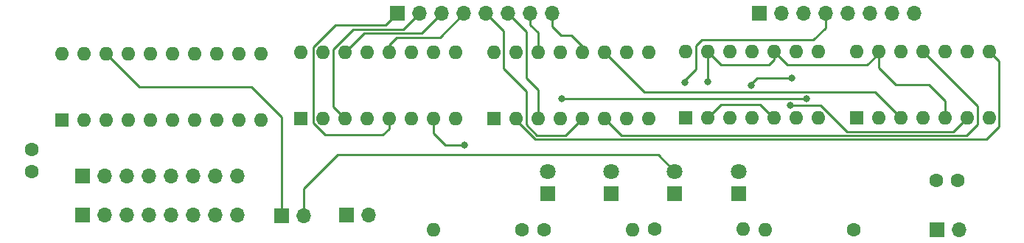
<source format=gbr>
%TF.GenerationSoftware,KiCad,Pcbnew,(5.1.9-0-10_14)*%
%TF.CreationDate,2021-04-29T01:47:43-04:00*%
%TF.ProjectId,ALU,414c552e-6b69-4636-9164-5f7063625858,rev?*%
%TF.SameCoordinates,Original*%
%TF.FileFunction,Copper,L2,Inr*%
%TF.FilePolarity,Positive*%
%FSLAX46Y46*%
G04 Gerber Fmt 4.6, Leading zero omitted, Abs format (unit mm)*
G04 Created by KiCad (PCBNEW (5.1.9-0-10_14)) date 2021-04-29 01:47:43*
%MOMM*%
%LPD*%
G01*
G04 APERTURE LIST*
%TA.AperFunction,ComponentPad*%
%ADD10C,1.600000*%
%TD*%
%TA.AperFunction,ComponentPad*%
%ADD11O,1.700000X1.700000*%
%TD*%
%TA.AperFunction,ComponentPad*%
%ADD12R,1.700000X1.700000*%
%TD*%
%TA.AperFunction,ComponentPad*%
%ADD13O,1.600000X1.600000*%
%TD*%
%TA.AperFunction,ComponentPad*%
%ADD14R,1.600000X1.600000*%
%TD*%
%TA.AperFunction,ComponentPad*%
%ADD15C,1.800000*%
%TD*%
%TA.AperFunction,ComponentPad*%
%ADD16R,1.800000X1.800000*%
%TD*%
%TA.AperFunction,ViaPad*%
%ADD17C,0.800000*%
%TD*%
%TA.AperFunction,Conductor*%
%ADD18C,0.250000*%
%TD*%
G04 APERTURE END LIST*
D10*
%TO.N,GND*%
%TO.C,C4*%
X19415760Y-52680240D03*
%TO.N,VCC*%
X19415760Y-50180240D03*
%TD*%
D11*
%TO.N,/Y1*%
%TO.C,J6*%
X43053000Y-57683400D03*
%TO.N,/Y2*%
X40513000Y-57683400D03*
%TO.N,/Y3*%
X37973000Y-57683400D03*
%TO.N,/Y4*%
X35433000Y-57683400D03*
%TO.N,/Y5*%
X32893000Y-57683400D03*
%TO.N,/Y6*%
X30353000Y-57683400D03*
%TO.N,/Y7*%
X27813000Y-57683400D03*
D12*
%TO.N,/Y8*%
X25273000Y-57683400D03*
%TD*%
D11*
%TO.N,/Y1*%
%TO.C,J4*%
X43042840Y-53233320D03*
%TO.N,/Y2*%
X40502840Y-53233320D03*
%TO.N,/Y3*%
X37962840Y-53233320D03*
%TO.N,/Y4*%
X35422840Y-53233320D03*
%TO.N,/Y5*%
X32882840Y-53233320D03*
%TO.N,/Y6*%
X30342840Y-53233320D03*
%TO.N,/Y7*%
X27802840Y-53233320D03*
D12*
%TO.N,/Y8*%
X25262840Y-53233320D03*
%TD*%
D13*
%TO.N,VCC*%
%TO.C,U15*%
X94523560Y-38862000D03*
%TO.N,GND*%
X109763560Y-46482000D03*
%TO.N,/SUB*%
X97063560Y-38862000D03*
%TO.N,Net-(U13-Pad15)*%
X107223560Y-46482000D03*
%TO.N,B1*%
X99603560Y-38862000D03*
%TO.N,/SUB*%
X104683560Y-46482000D03*
%TO.N,Net-(U13-Pad6)*%
X102143560Y-38862000D03*
%TO.N,B3*%
X102143560Y-46482000D03*
%TO.N,/SUB*%
X104683560Y-38862000D03*
%TO.N,Net-(U13-Pad11)*%
X99603560Y-46482000D03*
%TO.N,B2*%
X107223560Y-38862000D03*
%TO.N,/SUB*%
X97063560Y-46482000D03*
%TO.N,Net-(U13-Pad2)*%
X109763560Y-38862000D03*
D14*
%TO.N,B4*%
X94523560Y-46482000D03*
%TD*%
D13*
%TO.N,VCC*%
%TO.C,U14*%
X114173000Y-38851840D03*
%TO.N,GND*%
X129413000Y-46471840D03*
%TO.N,/SUB*%
X116713000Y-38851840D03*
%TO.N,Net-(U12-Pad15)*%
X126873000Y-46471840D03*
%TO.N,B5*%
X119253000Y-38851840D03*
%TO.N,/SUB*%
X124333000Y-46471840D03*
%TO.N,Net-(U12-Pad6)*%
X121793000Y-38851840D03*
%TO.N,B7*%
X121793000Y-46471840D03*
%TO.N,/SUB*%
X124333000Y-38851840D03*
%TO.N,Net-(U12-Pad11)*%
X119253000Y-46471840D03*
%TO.N,B6*%
X126873000Y-38851840D03*
%TO.N,/SUB*%
X116713000Y-46471840D03*
%TO.N,Net-(U12-Pad2)*%
X129413000Y-38851840D03*
D14*
%TO.N,B8*%
X114173000Y-46471840D03*
%TD*%
D13*
%TO.N,VCC*%
%TO.C,U13*%
X50370740Y-38958520D03*
%TO.N,GND*%
X68150740Y-46578520D03*
%TO.N,Net-(U13-Pad15)*%
X52910740Y-38958520D03*
%TO.N,/SUB*%
X65610740Y-46578520D03*
%TO.N,A3*%
X55450740Y-38958520D03*
%TO.N,Net-(U13-Pad6)*%
X63070740Y-46578520D03*
%TO.N,/SUM3*%
X57990740Y-38958520D03*
%TO.N,A1*%
X60530740Y-46578520D03*
%TO.N,A4*%
X60530740Y-38958520D03*
%TO.N,/SUM1*%
X57990740Y-46578520D03*
%TO.N,Net-(U13-Pad11)*%
X63070740Y-38958520D03*
%TO.N,A2*%
X55450740Y-46578520D03*
%TO.N,/SUM4*%
X65610740Y-38958520D03*
%TO.N,Net-(U13-Pad2)*%
X52910740Y-46578520D03*
%TO.N,Net-(U12-Pad7)*%
X68150740Y-38958520D03*
D14*
%TO.N,/SUM2*%
X50370740Y-46578520D03*
%TD*%
D13*
%TO.N,VCC*%
%TO.C,U12*%
X72527160Y-38958520D03*
%TO.N,GND*%
X90307160Y-46578520D03*
%TO.N,Net-(U12-Pad15)*%
X75067160Y-38958520D03*
%TO.N,Net-(U12-Pad7)*%
X87767160Y-46578520D03*
%TO.N,A7*%
X77607160Y-38958520D03*
%TO.N,Net-(U12-Pad6)*%
X85227160Y-46578520D03*
%TO.N,/SUM7*%
X80147160Y-38958520D03*
%TO.N,A5*%
X82687160Y-46578520D03*
%TO.N,A8*%
X82687160Y-38958520D03*
%TO.N,/SUM5*%
X80147160Y-46578520D03*
%TO.N,Net-(U12-Pad11)*%
X85227160Y-38958520D03*
%TO.N,A6*%
X77607160Y-46578520D03*
%TO.N,/SUM8*%
X87767160Y-38958520D03*
%TO.N,Net-(U12-Pad2)*%
X75067160Y-46578520D03*
%TO.N,/CARRY_OUT*%
X90307160Y-38958520D03*
D14*
%TO.N,/SUM6*%
X72527160Y-46578520D03*
%TD*%
D13*
%TO.N,VCC*%
%TO.C,U11*%
X22961600Y-39126160D03*
%TO.N,GND*%
X45821600Y-46746160D03*
%TO.N,/SUM_OUT*%
X25501600Y-39126160D03*
%TO.N,/Y1*%
X43281600Y-46746160D03*
%TO.N,/SUM8*%
X28041600Y-39126160D03*
%TO.N,/Y2*%
X40741600Y-46746160D03*
%TO.N,/SUM7*%
X30581600Y-39126160D03*
%TO.N,/Y3*%
X38201600Y-46746160D03*
%TO.N,/SUM6*%
X33121600Y-39126160D03*
%TO.N,/Y4*%
X35661600Y-46746160D03*
%TO.N,/SUM5*%
X35661600Y-39126160D03*
%TO.N,/Y5*%
X33121600Y-46746160D03*
%TO.N,/SUM4*%
X38201600Y-39126160D03*
%TO.N,/Y6*%
X30581600Y-46746160D03*
%TO.N,/SUM3*%
X40741600Y-39126160D03*
%TO.N,/Y7*%
X28041600Y-46746160D03*
%TO.N,/SUM2*%
X43281600Y-39126160D03*
%TO.N,/Y8*%
X25501600Y-46746160D03*
%TO.N,/SUM1*%
X45821600Y-39126160D03*
D14*
%TO.N,GND*%
X22961600Y-46746160D03*
%TD*%
D13*
%TO.N,GND*%
%TO.C,R4*%
X101147880Y-59319160D03*
D10*
%TO.N,Net-(D28-Pad1)*%
X90987880Y-59319160D03*
%TD*%
D13*
%TO.N,GND*%
%TO.C,R3*%
X88473280Y-59375040D03*
D10*
%TO.N,Net-(D27-Pad1)*%
X78313280Y-59375040D03*
%TD*%
D13*
%TO.N,GND*%
%TO.C,R2*%
X103672640Y-59339480D03*
D10*
%TO.N,Net-(D26-Pad1)*%
X113832640Y-59339480D03*
%TD*%
D13*
%TO.N,GND*%
%TO.C,R1*%
X65577720Y-59375040D03*
D10*
%TO.N,Net-(D25-Pad1)*%
X75737720Y-59375040D03*
%TD*%
D11*
%TO.N,/CARRY_OUT*%
%TO.C,J8*%
X50693320Y-57729120D03*
D12*
%TO.N,/SUM8*%
X48153320Y-57729120D03*
%TD*%
D11*
%TO.N,/SUB*%
%TO.C,J5*%
X58105040Y-57678320D03*
D12*
%TO.N,/SUM_OUT*%
X55565040Y-57678320D03*
%TD*%
D11*
%TO.N,B8*%
%TO.C,J3*%
X120771920Y-34493200D03*
%TO.N,B7*%
X118231920Y-34493200D03*
%TO.N,B6*%
X115691920Y-34493200D03*
%TO.N,B5*%
X113151920Y-34493200D03*
%TO.N,B4*%
X110611920Y-34493200D03*
%TO.N,B3*%
X108071920Y-34493200D03*
%TO.N,B2*%
X105531920Y-34493200D03*
D12*
%TO.N,B1*%
X102991920Y-34493200D03*
%TD*%
D11*
%TO.N,A8*%
%TO.C,J2*%
X79227680Y-34498280D03*
%TO.N,A7*%
X76687680Y-34498280D03*
%TO.N,A6*%
X74147680Y-34498280D03*
%TO.N,A5*%
X71607680Y-34498280D03*
%TO.N,A4*%
X69067680Y-34498280D03*
%TO.N,A3*%
X66527680Y-34498280D03*
%TO.N,A2*%
X63987680Y-34498280D03*
D12*
%TO.N,A1*%
X61447680Y-34498280D03*
%TD*%
D11*
%TO.N,VCC*%
%TO.C,J1*%
X125928120Y-59385200D03*
D12*
%TO.N,GND*%
X123388120Y-59385200D03*
%TD*%
D15*
%TO.N,/CARRY_OUT*%
%TO.C,D28*%
X93309440Y-52679600D03*
D16*
%TO.N,Net-(D28-Pad1)*%
X93309440Y-55219600D03*
%TD*%
D15*
%TO.N,/SUM8*%
%TO.C,D27*%
X86014560Y-52679600D03*
D16*
%TO.N,Net-(D27-Pad1)*%
X86014560Y-55219600D03*
%TD*%
D15*
%TO.N,/SUB*%
%TO.C,D26*%
X100655120Y-52715160D03*
D16*
%TO.N,Net-(D26-Pad1)*%
X100655120Y-55255160D03*
%TD*%
D15*
%TO.N,/SUM_OUT*%
%TO.C,D25*%
X78729840Y-52699920D03*
D16*
%TO.N,Net-(D25-Pad1)*%
X78729840Y-55239920D03*
%TD*%
D10*
%TO.N,GND*%
%TO.C,C5*%
X123331600Y-53700680D03*
%TO.N,VCC*%
X125831600Y-53700680D03*
%TD*%
D17*
%TO.N,B4*%
X94482920Y-42468800D03*
%TO.N,B3*%
X106766360Y-41955720D03*
X102118160Y-42753280D03*
%TO.N,/SUB*%
X97063560Y-42357040D03*
X69148960Y-49616362D03*
%TO.N,Net-(U12-Pad15)*%
X106547920Y-45034200D03*
%TO.N,Net-(U13-Pad2)*%
X108417360Y-44302680D03*
X80370680Y-44302680D03*
%TD*%
D18*
%TO.N,A8*%
X82687160Y-38308280D02*
X82687160Y-38958520D01*
X81396840Y-37017960D02*
X82687160Y-38308280D01*
X80223360Y-37017960D02*
X81396840Y-37017960D01*
X79227680Y-36022280D02*
X80223360Y-37017960D01*
X79227680Y-34498280D02*
X79227680Y-36022280D01*
%TO.N,A7*%
X76687680Y-34498280D02*
X76687680Y-35803840D01*
X77607160Y-36723320D02*
X77607160Y-38958520D01*
X76687680Y-35803840D02*
X77607160Y-36723320D01*
%TO.N,A6*%
X74147680Y-34498280D02*
X76235560Y-36586160D01*
X76235560Y-36586160D02*
X76235560Y-41915080D01*
X77607160Y-43286680D02*
X77607160Y-46578520D01*
X76235560Y-41915080D02*
X77607160Y-43286680D01*
%TO.N,A5*%
X76235560Y-43439080D02*
X76235560Y-47298470D01*
X76235560Y-47298470D02*
X77483679Y-48546589D01*
X80719091Y-48546589D02*
X82687160Y-46578520D01*
X71607680Y-34498280D02*
X73652161Y-36542761D01*
X73652161Y-36542761D02*
X73652161Y-40855681D01*
X73652161Y-40855681D02*
X76235560Y-43439080D01*
X77483679Y-48546589D02*
X80719091Y-48546589D01*
%TO.N,A4*%
X60530740Y-38107620D02*
X60530740Y-38958520D01*
X61401960Y-37236400D02*
X60530740Y-38107620D01*
X66329560Y-37236400D02*
X61401960Y-37236400D01*
X69067680Y-34498280D02*
X66329560Y-37236400D01*
%TO.N,A3*%
X57622871Y-36786389D02*
X55450740Y-38958520D01*
X64239571Y-36786389D02*
X57622871Y-36786389D01*
X66527680Y-34498280D02*
X64239571Y-36786389D01*
%TO.N,A2*%
X54091840Y-38652418D02*
X54091840Y-45219620D01*
X63987680Y-34498280D02*
X62149582Y-36336378D01*
X62149582Y-36336378D02*
X56407880Y-36336378D01*
X54091840Y-45219620D02*
X55450740Y-46578520D01*
X56407880Y-36336378D02*
X54091840Y-38652418D01*
%TO.N,A1*%
X60530740Y-47749460D02*
X60530740Y-46578520D01*
X59791600Y-48488600D02*
X60530740Y-47749460D01*
X54344538Y-35859720D02*
X51785739Y-38418519D01*
X51785739Y-47118521D02*
X53155818Y-48488600D01*
X53155818Y-48488600D02*
X59791600Y-48488600D01*
X51785739Y-38418519D02*
X51785739Y-47118521D01*
X60086240Y-35859720D02*
X54344538Y-35859720D01*
X61447680Y-34498280D02*
X60086240Y-35859720D01*
%TO.N,B4*%
X109209840Y-37561520D02*
X110611920Y-36159440D01*
X96453960Y-37561520D02*
X109209840Y-37561520D01*
X95773240Y-38242240D02*
X96453960Y-37561520D01*
X95773240Y-40883840D02*
X95773240Y-38242240D01*
X110611920Y-36159440D02*
X110611920Y-34493200D01*
X94482920Y-42174160D02*
X95773240Y-40883840D01*
X94482920Y-42468800D02*
X94482920Y-42174160D01*
%TO.N,B3*%
X106766360Y-41955720D02*
X102763320Y-41955720D01*
X102118160Y-42600880D02*
X102118160Y-42753280D01*
X102763320Y-41955720D02*
X102118160Y-42600880D01*
%TO.N,/SUB*%
X116713000Y-38851840D02*
X116713000Y-40716200D01*
X116713000Y-40716200D02*
X118724680Y-42727880D01*
X118724680Y-42727880D02*
X122509280Y-42727880D01*
X124333000Y-44551600D02*
X124333000Y-46471840D01*
X122509280Y-42727880D02*
X124333000Y-44551600D01*
X97063560Y-38862000D02*
X98623120Y-40421560D01*
X98623120Y-40421560D02*
X104099360Y-40421560D01*
X104683560Y-39837360D02*
X104683560Y-38862000D01*
X104099360Y-40421560D02*
X104683560Y-39837360D01*
X97063560Y-46482000D02*
X98582480Y-44963080D01*
X98582480Y-44963080D02*
X103068120Y-44963080D01*
X104587040Y-46482000D02*
X104683560Y-46482000D01*
X103068120Y-44963080D02*
X104587040Y-46482000D01*
X97063560Y-38862000D02*
X97063560Y-42357040D01*
X104683560Y-38862000D02*
X106212640Y-40391080D01*
X106212640Y-40391080D02*
X115422680Y-40391080D01*
X116713000Y-39100760D02*
X116713000Y-38851840D01*
X115422680Y-40391080D02*
X116713000Y-39100760D01*
X66974722Y-49616362D02*
X69148960Y-49616362D01*
X65610740Y-48252380D02*
X66974722Y-49616362D01*
X65610740Y-46578520D02*
X65610740Y-48252380D01*
%TO.N,/SUM8*%
X48153320Y-57729120D02*
X48153320Y-46390560D01*
X48153320Y-46390560D02*
X44688760Y-42926000D01*
X31841440Y-42926000D02*
X28041600Y-39126160D01*
X44688760Y-42926000D02*
X31841440Y-42926000D01*
%TO.N,/CARRY_OUT*%
X50693320Y-57729120D02*
X50693320Y-54635400D01*
X50693320Y-54635400D02*
X54579520Y-50749200D01*
X91379040Y-50749200D02*
X93309440Y-52679600D01*
X54579520Y-50749200D02*
X91379040Y-50749200D01*
%TO.N,Net-(U12-Pad15)*%
X125248262Y-48096578D02*
X126873000Y-46471840D01*
X113125658Y-48096578D02*
X125248262Y-48096578D01*
X110063280Y-45034200D02*
X113125658Y-48096578D01*
X106547920Y-45034200D02*
X110063280Y-45034200D01*
%TO.N,Net-(U12-Pad6)*%
X128122680Y-47264320D02*
X128122680Y-45181520D01*
X128122680Y-45181520D02*
X121793000Y-38851840D01*
X126840411Y-48546589D02*
X128122680Y-47264320D01*
X87195229Y-48546589D02*
X126840411Y-48546589D01*
X85227160Y-46578520D02*
X87195229Y-48546589D01*
%TO.N,Net-(U12-Pad11)*%
X116286280Y-43505120D02*
X119253000Y-46471840D01*
X89773760Y-43505120D02*
X116286280Y-43505120D01*
X85227160Y-38958520D02*
X89773760Y-43505120D01*
%TO.N,Net-(U12-Pad2)*%
X75067160Y-46766480D02*
X75067160Y-46578520D01*
X77297280Y-48996600D02*
X75067160Y-46766480D01*
X129082800Y-48996600D02*
X77297280Y-48996600D01*
X130538001Y-39976841D02*
X130538001Y-47541399D01*
X129413000Y-38851840D02*
X130538001Y-39976841D01*
X130538001Y-47541399D02*
X129082800Y-48996600D01*
%TO.N,Net-(U13-Pad2)*%
X80370680Y-44302680D02*
X108417360Y-44302680D01*
%TD*%
M02*

</source>
